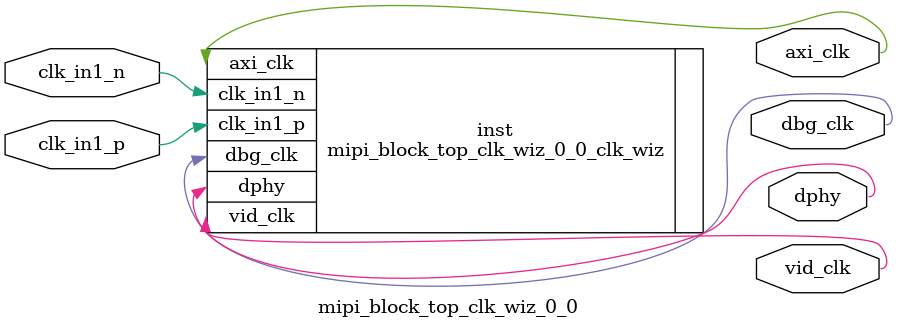
<source format=v>


`timescale 1ps/1ps

(* CORE_GENERATION_INFO = "mipi_block_top_clk_wiz_0_0,clk_wiz_v6_0_13_0_0,{component_name=mipi_block_top_clk_wiz_0_0,use_phase_alignment=false,use_min_o_jitter=false,use_max_i_jitter=false,use_dyn_phase_shift=false,use_inclk_switchover=false,use_dyn_reconfig=false,enable_axi=0,feedback_source=FDBK_AUTO,PRIMITIVE=MMCM,num_out_clk=4,clkin1_period=10.000,clkin2_period=10.000,use_power_down=false,use_reset=false,use_locked=false,use_inclk_stopped=false,feedback_type=SINGLE,CLOCK_MGR_TYPE=NA,manual_override=false}" *)

module mipi_block_top_clk_wiz_0_0 
 (
  // Clock out ports
  output        dphy,
  output        axi_clk,
  output        vid_clk,
  output        dbg_clk,
 // Clock in ports
  input         clk_in1_p,
  input         clk_in1_n
 );

  mipi_block_top_clk_wiz_0_0_clk_wiz inst
  (
  // Clock out ports  
  .dphy(dphy),
  .axi_clk(axi_clk),
  .vid_clk(vid_clk),
  .dbg_clk(dbg_clk),
 // Clock in ports
  .clk_in1_p(clk_in1_p),
  .clk_in1_n(clk_in1_n)
  );

endmodule

</source>
